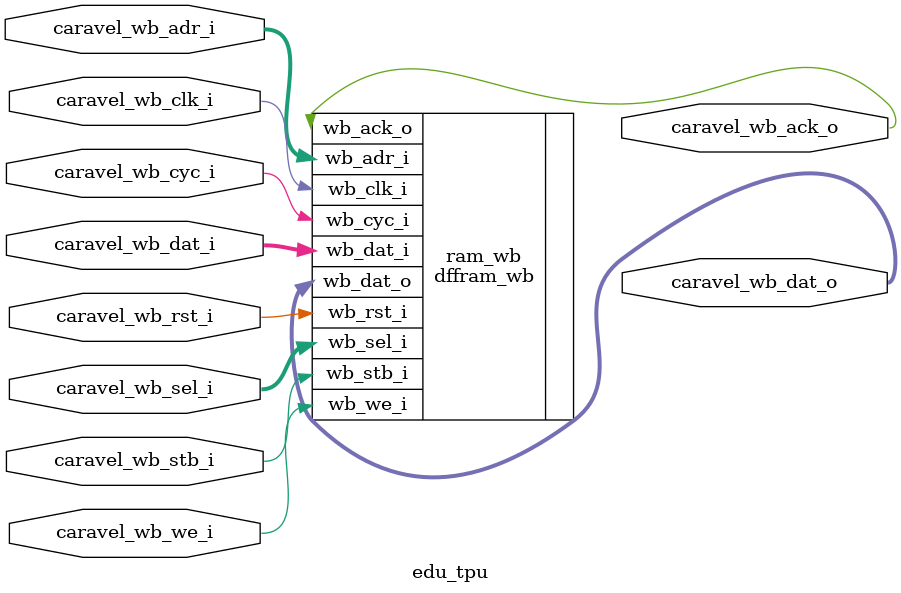
<source format=v>
`default_nettype none
`timescale 1ns/1ns

module edu_tpu #(
    parameter   [23:0]  BASE_ADDRESS    = 24'h3000_02,        // base address
    parameter   [15:0]  PERIOD          = 16'd8,                 // default period
    parameter   [7:0]   RAM_END_ADDR  = 8'd0                  // default start address in RAM to read pattern
)(
    // CaravelBus peripheral ports
    input wire          caravel_wb_clk_i,       // clock, runs at system clock
    input wire          caravel_wb_rst_i,       // main system reset
    input wire          caravel_wb_stb_i,       // write strobe
    input wire          caravel_wb_cyc_i,       // cycle
    input wire          caravel_wb_we_i,        // write enable
    input wire  [3:0]   caravel_wb_sel_i,       // write word select
    input wire  [31:0]  caravel_wb_dat_i,       // data in
    input wire  [31:0]  caravel_wb_adr_i,       // address
    output           caravel_wb_ack_o,       // ack
    output   [31:0]  caravel_wb_dat_o       // data out
    
);

    // rename some signals



    dffram_wb ram_wb(
                .wb_clk_i(caravel_wb_clk_i),
                .wb_rst_i(caravel_wb_rst_i),
                .wb_stb_i(caravel_wb_stb_i),
                .wb_cyc_i(caravel_wb_cyc_i),
                .wb_we_i (caravel_wb_we_i ),
                .wb_sel_i(caravel_wb_sel_i),
                .wb_dat_i(caravel_wb_dat_i),
                .wb_adr_i(caravel_wb_adr_i),
                .wb_ack_o(caravel_wb_ack_o),
                .wb_dat_o(caravel_wb_dat_o)
               );


endmodule

</source>
